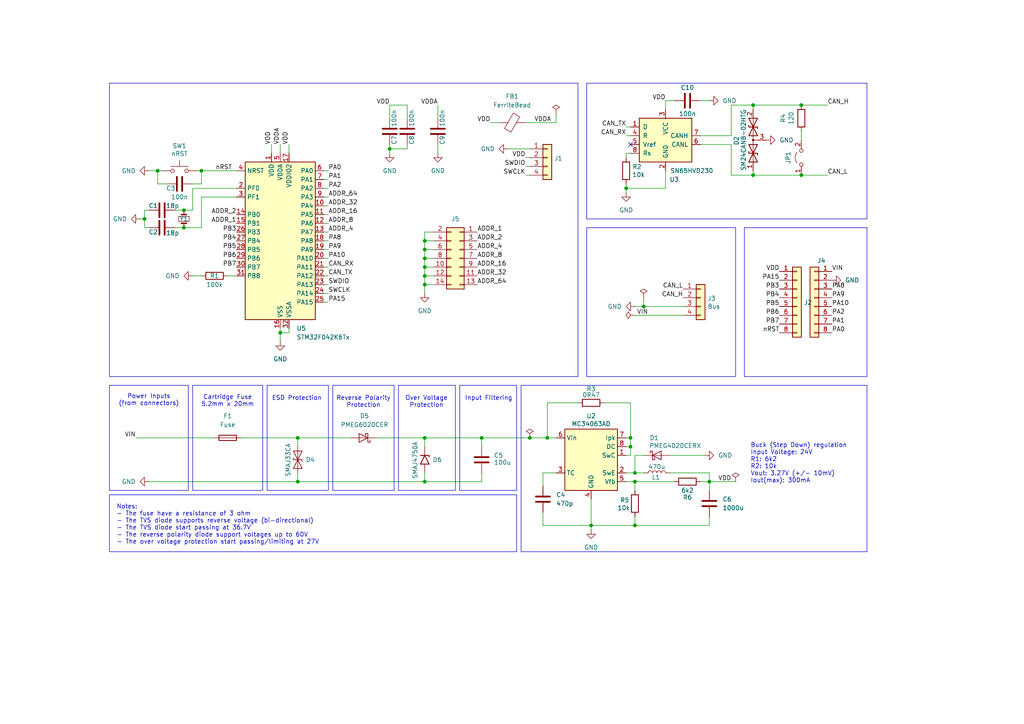
<source format=kicad_sch>
(kicad_sch (version 20231120) (generator "eeschema") (generator_version "8.0")
  (paper "A4")
  (title_block (title "MCU Board") (date "2019-10-08") (rev "B") (company "Caipiteam"))
  (lib_symbols
    (symbol "Connector_Generic:Conn_01x04" (pin_names (offset 1.016) hide)
      (property "Reference" "J" (at 0 5.08 0))
      (property "Value" "Conn_01x04" (at 0 -7.62 0))
      (symbol "Conn_01x04_1_1"
        (rectangle (start -1.27 -4.953) (end 0 -5.207) (stroke (width 0.1524)))
        (rectangle (start -1.27 -2.413) (end 0 -2.667) (stroke (width 0.1524)))
        (rectangle (start -1.27 0.127) (end 0 -0.127) (stroke (width 0.1524)))
        (rectangle (start -1.27 2.667) (end 0 2.413) (stroke (width 0.1524)))
        (rectangle (start -1.27 3.81) (end 1.27 -6.35) (stroke (width 0.254)) (fill (type background)))
        (pin passive line (at -5.08 2.54 0) (length 3.81) (name "Pin_1") (number "1"))
        (pin passive line (at -5.08 0 0) (length 3.81) (name "Pin_2") (number "2"))
        (pin passive line (at -5.08 -2.54 0) (length 3.81) (name "Pin_3") (number "3"))
        (pin passive line (at -5.08 -5.08 0) (length 3.81) (name "Pin_4") (number "4"))
      )
    )
    (symbol "Connector_Generic:Conn_01x08" (pin_names (offset 1.016) hide)
      (property "Reference" "J" (at 0 10.16 0))
      (property "Value" "Conn_01x08" (at 0 -12.7 0))
      (symbol "Conn_01x08_1_1"
        (rectangle (start -1.27 -10.033) (end 0 -10.287) (stroke (width 0.1524)))
        (rectangle (start -1.27 -7.493) (end 0 -7.747) (stroke (width 0.1524)))
        (rectangle (start -1.27 -4.953) (end 0 -5.207) (stroke (width 0.1524)))
        (rectangle (start -1.27 -2.413) (end 0 -2.667) (stroke (width 0.1524)))
        (rectangle (start -1.27 0.127) (end 0 -0.127) (stroke (width 0.1524)))
        (rectangle (start -1.27 2.667) (end 0 2.413) (stroke (width 0.1524)))
        (rectangle (start -1.27 5.207) (end 0 4.953) (stroke (width 0.1524)))
        (rectangle (start -1.27 7.747) (end 0 7.493) (stroke (width 0.1524)))
        (rectangle (start -1.27 8.89) (end 1.27 -11.43) (stroke (width 0.254)) (fill (type background)))
        (pin passive line (at -5.08 7.62 0) (length 3.81) (name "Pin_1") (number "1"))
        (pin passive line (at -5.08 5.08 0) (length 3.81) (name "Pin_2") (number "2"))
        (pin passive line (at -5.08 2.54 0) (length 3.81) (name "Pin_3") (number "3"))
        (pin passive line (at -5.08 0 0) (length 3.81) (name "Pin_4") (number "4"))
        (pin passive line (at -5.08 -2.54 0) (length 3.81) (name "Pin_5") (number "5"))
        (pin passive line (at -5.08 -5.08 0) (length 3.81) (name "Pin_6") (number "6"))
        (pin passive line (at -5.08 -7.62 0) (length 3.81) (name "Pin_7") (number "7"))
        (pin passive line (at -5.08 -10.16 0) (length 3.81) (name "Pin_8") (number "8"))
      )
    )
    (symbol "Connector_Generic:Conn_02x07_Odd_Even" (pin_names (offset 1.016) hide)
      (property "Reference" "J" (at 1.27 10.16 0))
      (property "Value" "Conn_02x07_Odd_Even" (at 1.27 -10.16 0))
      (symbol "Conn_02x07_Odd_Even_1_1"
        (rectangle (start -1.27 -7.493) (end 0 -7.747) (stroke (width 0.1524)))
        (rectangle (start -1.27 -4.953) (end 0 -5.207) (stroke (width 0.1524)))
        (rectangle (start -1.27 -2.413) (end 0 -2.667) (stroke (width 0.1524)))
        (rectangle (start -1.27 0.127) (end 0 -0.127) (stroke (width 0.1524)))
        (rectangle (start -1.27 2.667) (end 0 2.413) (stroke (width 0.1524)))
        (rectangle (start -1.27 5.207) (end 0 4.953) (stroke (width 0.1524)))
        (rectangle (start -1.27 7.747) (end 0 7.493) (stroke (width 0.1524)))
        (rectangle (start -1.27 8.89) (end 3.81 -8.89) (stroke (width 0.254)) (fill (type background)))
        (rectangle (start 3.81 -7.493) (end 2.54 -7.747) (stroke (width 0.1524)))
        (rectangle (start 3.81 -4.953) (end 2.54 -5.207) (stroke (width 0.1524)))
        (rectangle (start 3.81 -2.413) (end 2.54 -2.667) (stroke (width 0.1524)))
        (rectangle (start 3.81 0.127) (end 2.54 -0.127) (stroke (width 0.1524)))
        (rectangle (start 3.81 2.667) (end 2.54 2.413) (stroke (width 0.1524)))
        (rectangle (start 3.81 5.207) (end 2.54 4.953) (stroke (width 0.1524)))
        (rectangle (start 3.81 7.747) (end 2.54 7.493) (stroke (width 0.1524)))
        (pin passive line (at -5.08 7.62 0) (length 3.81) (name "Pin_1") (number "1"))
        (pin passive line (at 7.62 -2.54 180) (length 3.81) (name "Pin_10") (number "10"))
        (pin passive line (at -5.08 -5.08 0) (length 3.81) (name "Pin_11") (number "11"))
        (pin passive line (at 7.62 -5.08 180) (length 3.81) (name "Pin_12") (number "12"))
        (pin passive line (at -5.08 -7.62 0) (length 3.81) (name "Pin_13") (number "13"))
        (pin passive line (at 7.62 -7.62 180) (length 3.81) (name "Pin_14") (number "14"))
        (pin passive line (at 7.62 7.62 180) (length 3.81) (name "Pin_2") (number "2"))
        (pin passive line (at -5.08 5.08 0) (length 3.81) (name "Pin_3") (number "3"))
        (pin passive line (at 7.62 5.08 180) (length 3.81) (name "Pin_4") (number "4"))
        (pin passive line (at -5.08 2.54 0) (length 3.81) (name "Pin_5") (number "5"))
        (pin passive line (at 7.62 2.54 180) (length 3.81) (name "Pin_6") (number "6"))
        (pin passive line (at -5.08 0 0) (length 3.81) (name "Pin_7") (number "7"))
        (pin passive line (at 7.62 0 180) (length 3.81) (name "Pin_8") (number "8"))
        (pin passive line (at -5.08 -2.54 0) (length 3.81) (name "Pin_9") (number "9"))
      )
    )
    (symbol "D_TVS_Dual_AAC_1" (pin_names (offset 1.016) hide)
      (property "Reference" "D" (at 0 4.445 0))
      (property "Value" "D_TVS_Dual_AAC" (at 0 2.54 0))
      (symbol "D_TVS_Dual_AAC_1_0_0"
        (polyline (pts (xy 0 -1.27) (xy 0 0)))
      )
      (symbol "D_TVS_Dual_AAC_1_0_1"
        (polyline (pts (xy -6.35 0) (xy 6.35 0)))
        (polyline (pts (xy -3.302 1.27) (xy -3.81 1.27) (xy -3.81 -1.27) (xy -4.318 -1.27)) (stroke (width 0.254)))
        (polyline (pts (xy 4.318 1.27) (xy 3.81 1.27) (xy 3.81 -1.27) (xy 3.302 -1.27)) (stroke (width 0.254)))
        (polyline (pts (xy -6.35 1.27) (xy -1.27 -1.27) (xy -1.27 1.27) (xy -6.35 -1.27) (xy -6.35 1.27)) (stroke (width 0.254)))
        (polyline (pts (xy 6.35 1.27) (xy 1.27 -1.27) (xy 1.27 1.27) (xy 6.35 -1.27) (xy 6.35 1.27)) (stroke (width 0.254)))
        (circle (center 0 0) (radius 0.254) (fill (type outline)))
      )
      (symbol "D_TVS_Dual_AAC_1_1_1"
        (pin passive line (at -8.89 0 0) (length 2.54) (name "A1") (number "1"))
        (pin passive line (at 8.89 0 180) (length 2.54) (name "A2") (number "2"))
        (pin passive line (at 0 -3.81 90) (length 2.54) (name "common") (number "3"))
      )
    )
    (symbol "Device:C" (pin_numbers hide) (pin_names (offset 0.254))
      (property "Reference" "C" (at 0.635 2.54 0))
      (property "Value" "C" (at 0.635 -2.54 0))
      (symbol "C_0_1"
        (polyline (pts (xy -2.032 -0.762) (xy 2.032 -0.762)) (stroke (width 0.508)))
        (polyline (pts (xy -2.032 0.762) (xy 2.032 0.762)) (stroke (width 0.508)))
      )
      (symbol "C_1_1"
        (pin passive line (at 0 3.81 270) (length 2.794) (name "~") (number "1"))
        (pin passive line (at 0 -3.81 90) (length 2.794) (name "~") (number "2"))
      )
    )
    (symbol "Device:Crystal_Small" (pin_numbers hide) (pin_names (offset 1.016) hide)
      (property "Reference" "Y" (at 0 2.54 0))
      (property "Value" "Crystal_Small" (at 0 -2.54 0))
      (symbol "Crystal_Small_0_1"
        (rectangle (start -0.762 -1.524) (end 0.762 1.524))
        (polyline (pts (xy -1.27 -0.762) (xy -1.27 0.762)) (stroke (width 0.381)))
        (polyline (pts (xy 1.27 -0.762) (xy 1.27 0.762)) (stroke (width 0.381)))
      )
      (symbol "Crystal_Small_1_1"
        (pin passive line (at -2.54 0 0) (length 1.27) (name "1") (number "1"))
        (pin passive line (at 2.54 0 180) (length 1.27) (name "2") (number "2"))
      )
    )
    (symbol "Device:FerriteBead" (pin_numbers hide) (pin_names (offset 0))
      (property "Reference" "FB" (at -3.81 0.635 90))
      (property "Value" "FerriteBead" (at 3.81 0 90))
      (symbol "FerriteBead_0_1"
        (polyline (pts (xy 0 -1.27) (xy 0 -1.2192)))
        (polyline (pts (xy 0 1.27) (xy 0 1.2954)))
        (polyline (pts (xy -2.7686 0.4064) (xy -1.7018 2.2606) (xy 2.7686 -0.3048) (xy 1.6764 -2.159) (xy -2.7686 0.4064)))
      )
      (symbol "FerriteBead_1_1"
        (pin passive line (at 0 3.81 270) (length 2.54) (name "~") (number "1"))
        (pin passive line (at 0 -3.81 90) (length 2.54) (name "~") (number "2"))
      )
    )
    (symbol "Device:Fuse" (pin_numbers hide) (pin_names (offset 0))
      (property "Reference" "F" (at 2.032 0 90))
      (property "Value" "Fuse" (at -1.905 0 90))
      (symbol "Fuse_0_1"
        (rectangle (start -0.762 -2.54) (end 0.762 2.54) (stroke (width 0.254)))
        (polyline (pts (xy 0 2.54) (xy 0 -2.54)))
      )
      (symbol "Fuse_1_1"
        (pin passive line (at 0 3.81 270) (length 1.27) (name "~") (number "1"))
        (pin passive line (at 0 -3.81 90) (length 1.27) (name "~") (number "2"))
      )
    )
    (symbol "Device:L" (pin_numbers hide) (pin_names (offset 1.016) hide)
      (property "Reference" "L" (at -1.27 0 90))
      (property "Value" "L" (at 1.905 0 90))
      (symbol "L_0_1"
        (arc (start 0 -2.54) (mid 0.6323 -1.905) (end 0 -1.27))
        (arc (start 0 -1.27) (mid 0.6323 -0.635) (end 0 0))
        (arc (start 0 0) (mid 0.6323 0.635) (end 0 1.27))
        (arc (start 0 1.27) (mid 0.6323 1.905) (end 0 2.54))
      )
      (symbol "L_1_1"
        (pin passive line (at 0 3.81 270) (length 1.27) (name "1") (number "1"))
        (pin passive line (at 0 -3.81 90) (length 1.27) (name "2") (number "2"))
      )
    )
    (symbol "Device:R" (pin_numbers hide) (pin_names (offset 0))
      (property "Reference" "R" (at 2.032 0 90))
      (property "Value" "R" (at 0 0 90))
      (symbol "R_0_1"
        (rectangle (start -1.016 -2.54) (end 1.016 2.54) (stroke (width 0.254)))
      )
      (symbol "R_1_1"
        (pin passive line (at 0 3.81 270) (length 1.27) (name "~") (number "1"))
        (pin passive line (at 0 -3.81 90) (length 1.27) (name "~") (number "2"))
      )
    )
    (symbol "Diode:PMEG4020ER" (pin_numbers hide) (pin_names hide)
      (property "Reference" "D" (at 0 2.54 0))
      (property "Value" "PMEG4020ER" (at 0 -2.54 0))
      (symbol "PMEG4020ER_0_1"
        (polyline (pts (xy 1.27 0) (xy -1.27 0)))
        (polyline (pts (xy 1.27 1.27) (xy 1.27 -1.27) (xy -1.27 0) (xy 1.27 1.27)) (stroke (width 0.2032)))
        (polyline (pts (xy -1.905 0.635) (xy -1.905 1.27) (xy -1.27 1.27) (xy -1.27 -1.27) (xy -0.635 -1.27) (xy -0.635 -0.635)) (stroke (width 0.2032)))
      )
      (symbol "PMEG4020ER_1_1"
        (pin passive line (at -3.81 0 0) (length 2.54) (name "K") (number "1"))
        (pin passive line (at 3.81 0 180) (length 2.54) (name "A") (number "2"))
      )
    )
    (symbol "Diode:PMEG6020ER" (pin_numbers hide) (pin_names hide)
      (property "Reference" "D" (at 0 2.54 0))
      (property "Value" "PMEG6020ER" (at 0 -2.54 0))
      (symbol "PMEG6020ER_0_1"
        (polyline (pts (xy 1.27 0) (xy -1.27 0)))
        (polyline (pts (xy 1.27 1.27) (xy 1.27 -1.27) (xy -1.27 0) (xy 1.27 1.27)) (stroke (width 0.2032)))
        (polyline (pts (xy -1.905 0.635) (xy -1.905 1.27) (xy -1.27 1.27) (xy -1.27 -1.27) (xy -0.635 -1.27) (xy -0.635 -0.635)) (stroke (width 0.2032)))
      )
      (symbol "PMEG6020ER_1_1"
        (pin passive line (at -3.81 0 0) (length 2.54) (name "K") (number "1"))
        (pin passive line (at 3.81 0 180) (length 2.54) (name "A") (number "2"))
      )
    )
    (symbol "Diode:SMAJ33CA" (pin_numbers hide) (pin_names (offset 1.016) hide)
      (property "Reference" "D" (at 0 2.54 0))
      (property "Value" "SMAJ33CA" (at 0 -2.54 0))
      (symbol "SMAJ33CA_0_1"
        (polyline (pts (xy 1.27 0) (xy -1.27 0)))
        (polyline (pts (xy -2.54 -1.27) (xy 0 0) (xy -2.54 1.27) (xy -2.54 -1.27)) (stroke (width 0.2032)))
        (polyline (pts (xy 0.508 1.27) (xy 0 1.27) (xy 0 -1.27) (xy -0.508 -1.27)) (stroke (width 0.2032)))
        (polyline (pts (xy 2.54 1.27) (xy 2.54 -1.27) (xy 0 0) (xy 2.54 1.27)) (stroke (width 0.2032)))
      )
      (symbol "SMAJ33CA_1_1"
        (pin passive line (at -3.81 0 0) (length 2.54) (name "A1") (number "1"))
        (pin passive line (at 3.81 0 180) (length 2.54) (name "A2") (number "2"))
      )
    )
    (symbol "Diode:SMAJ45A" (pin_numbers hide) (pin_names (offset 1.016) hide)
      (property "Reference" "D" (at 0 2.54 0))
      (property "Value" "SMAJ45A" (at 0 -2.54 0))
      (symbol "SMAJ45A_0_1"
        (polyline (pts (xy -0.762 1.27) (xy -1.27 1.27) (xy -1.27 -1.27)) (stroke (width 0.254)))
        (polyline (pts (xy 1.27 1.27) (xy 1.27 -1.27) (xy -1.27 0) (xy 1.27 1.27)) (stroke (width 0.254)))
      )
      (symbol "SMAJ45A_1_1"
        (pin passive line (at -3.81 0 0) (length 2.54) (name "A1") (number "1"))
        (pin passive line (at 3.81 0 180) (length 2.54) (name "A2") (number "2"))
      )
    )
    (symbol "GND_1" (power) (pin_numbers hide) (pin_names (offset 0) hide)
      (property "Value" "GND" (at 0 -3.81 0))
      (symbol "GND_1_0_1"
        (polyline (pts (xy 0 0) (xy 0 -1.27) (xy 1.27 -1.27) (xy 0 -2.54) (xy -1.27 -1.27) (xy 0 -1.27)))
      )
      (symbol "GND_1_1_1"
        (pin power_in line (at 0 0 270) (length 0) (name "~") (number "1"))
      )
    )
    (symbol "GND_2" (power) (pin_numbers hide) (pin_names (offset 0) hide)
      (property "Value" "GND" (at 0 -3.81 0))
      (symbol "GND_2_0_1"
        (polyline (pts (xy 0 0) (xy 0 -1.27) (xy 1.27 -1.27) (xy 0 -2.54) (xy -1.27 -1.27) (xy 0 -1.27)))
      )
      (symbol "GND_2_1_1"
        (pin power_in line (at 0 0 270) (length 0) (name "~") (number "1"))
      )
    )
    (symbol "Interface_CAN_LIN:SN65HVD230" (pin_names (offset 1.016))
      (property "Reference" "U" (at -2.54 10.16 0))
      (property "Value" "SN65HVD230" (at -2.54 7.62 0))
      (symbol "SN65HVD230_0_1"
        (rectangle (start -7.62 5.08) (end 7.62 -7.62) (stroke (width 0.254)) (fill (type background)))
      )
      (symbol "SN65HVD230_1_1"
        (pin input line (at -10.16 2.54 0) (length 2.54) (name "D") (number "1"))
        (pin power_in line (at 0 -10.16 90) (length 2.54) (name "GND") (number "2"))
        (pin power_in line (at 0 7.62 270) (length 2.54) (name "VCC") (number "3"))
        (pin output line (at -10.16 0 0) (length 2.54) (name "R") (number "4"))
        (pin output line (at -10.16 -2.54 0) (length 2.54) (name "Vref") (number "5"))
        (pin bidirectional line (at 10.16 -2.54 180) (length 2.54) (name "CANL") (number "6"))
        (pin bidirectional line (at 10.16 0 180) (length 2.54) (name "CANH") (number "7"))
        (pin input line (at -10.16 -5.08 0) (length 2.54) (name "Rs") (number "8"))
      )
    )
    (symbol "Jumper:Jumper_2_Open" (pin_names (offset 0) hide)
      (property "Reference" "JP" (at 0 2.794 0))
      (property "Value" "Jumper_2_Open" (at 0 -2.286 0))
      (symbol "Jumper_2_Open_0_0"
        (circle (center -2.032 0) (radius 0.508))
        (circle (center 2.032 0) (radius 0.508))
      )
      (symbol "Jumper_2_Open_0_1"
        (arc (start 1.524 1.27) (mid 0 1.778) (end -1.524 1.27))
      )
      (symbol "Jumper_2_Open_1_1"
        (pin passive line (at -5.08 0 0) (length 2.54) (name "A") (number "1"))
        (pin passive line (at 5.08 0 180) (length 2.54) (name "B") (number "2"))
      )
    )
    (symbol "MCU_ST_STM32F0:STM32F042K6Tx"
      (property "Reference" "U" (at -10.16 24.13 0))
      (property "Value" "STM32F042K6Tx" (at 5.08 24.13 0))
      (symbol "STM32F042K6Tx_0_1"
        (rectangle (start -10.16 -22.86) (end 10.16 22.86) (stroke (width 0.254)) (fill (type background)))
      )
      (symbol "STM32F042K6Tx_1_1"
        (pin power_in line (at -2.54 25.4 270) (length 2.54) (name "VDD") (number "1"))
        (pin bidirectional line (at 12.7 10.16 180) (length 2.54) (name "PA4") (number "10"))
        (pin bidirectional line (at 12.7 7.62 180) (length 2.54) (name "PA5") (number "11"))
        (pin bidirectional line (at 12.7 5.08 180) (length 2.54) (name "PA6") (number "12"))
        (pin bidirectional line (at 12.7 2.54 180) (length 2.54) (name "PA7") (number "13"))
        (pin bidirectional line (at -12.7 7.62 0) (length 2.54) (name "PB0") (number "14"))
        (pin bidirectional line (at -12.7 5.08 0) (length 2.54) (name "PB1") (number "15"))
        (pin power_in line (at 0 -25.4 90) (length 2.54) (name "VSS") (number "16"))
        (pin power_in line (at 2.54 25.4 270) (length 2.54) (name "VDDIO2") (number "17"))
        (pin bidirectional line (at 12.7 0 180) (length 2.54) (name "PA8") (number "18"))
        (pin bidirectional line (at 12.7 -2.54 180) (length 2.54) (name "PA9") (number "19"))
        (pin bidirectional line (at -12.7 15.24 0) (length 2.54) (name "PF0") (number "2"))
        (pin bidirectional line (at 12.7 -5.08 180) (length 2.54) (name "PA10") (number "20"))
        (pin bidirectional line (at 12.7 -7.62 180) (length 2.54) (name "PA11") (number "21"))
        (pin bidirectional line (at 12.7 -10.16 180) (length 2.54) (name "PA12") (number "22"))
        (pin bidirectional line (at 12.7 -12.7 180) (length 2.54) (name "PA13") (number "23"))
        (pin bidirectional line (at 12.7 -15.24 180) (length 2.54) (name "PA14") (number "24"))
        (pin bidirectional line (at 12.7 -17.78 180) (length 2.54) (name "PA15") (number "25"))
        (pin bidirectional line (at -12.7 2.54 0) (length 2.54) (name "PB3") (number "26"))
        (pin bidirectional line (at -12.7 0 0) (length 2.54) (name "PB4") (number "27"))
        (pin bidirectional line (at -12.7 -2.54 0) (length 2.54) (name "PB5") (number "28"))
        (pin bidirectional line (at -12.7 -5.08 0) (length 2.54) (name "PB6") (number "29"))
        (pin bidirectional line (at -12.7 12.7 0) (length 2.54) (name "PF1") (number "3"))
        (pin bidirectional line (at -12.7 -7.62 0) (length 2.54) (name "PB7") (number "30"))
        (pin bidirectional line (at -12.7 -10.16 0) (length 2.54) (name "PB8") (number "31"))
        (pin power_in line (at 2.54 -25.4 90) (length 2.54) (name "VSSA") (number "32"))
        (pin input line (at -12.7 20.32 0) (length 2.54) (name "NRST") (number "4"))
        (pin power_in line (at 0 25.4 270) (length 2.54) (name "VDDA") (number "5"))
        (pin bidirectional line (at 12.7 20.32 180) (length 2.54) (name "PA0") (number "6"))
        (pin bidirectional line (at 12.7 17.78 180) (length 2.54) (name "PA1") (number "7"))
        (pin bidirectional line (at 12.7 15.24 180) (length 2.54) (name "PA2") (number "8"))
        (pin bidirectional line (at 12.7 12.7 180) (length 2.54) (name "PA3") (number "9"))
      )
    )
    (symbol "Regulator_Switching:MC34063AD"
      (property "Reference" "U" (at -7.62 8.89 0))
      (property "Value" "MC34063AD" (at 0 8.89 0))
      (symbol "MC34063AD_0_1"
        (rectangle (start -7.62 7.62) (end 7.62 -10.16) (stroke (width 0.254)) (fill (type background)))
      )
      (symbol "MC34063AD_1_1"
        (pin open_collector line (at 10.16 0 180) (length 2.54) (name "SwC") (number "1"))
        (pin open_emitter line (at 10.16 -5.08 180) (length 2.54) (name "SwE") (number "2"))
        (pin passive line (at -10.16 -5.08 0) (length 2.54) (name "TC") (number "3"))
        (pin power_in line (at 0 -12.7 90) (length 2.54) (name "GND") (number "4"))
        (pin input line (at 10.16 -7.62 180) (length 2.54) (name "Vfb") (number "5"))
        (pin power_in line (at -10.16 5.08 0) (length 2.54) (name "Vin") (number "6"))
        (pin input line (at 10.16 5.08 180) (length 2.54) (name "Ipk") (number "7"))
        (pin open_collector line (at 10.16 2.54 180) (length 2.54) (name "DC") (number "8"))
      )
    )
    (symbol "Switch:SW_Push" (pin_numbers hide) (pin_names (offset 1.016) hide)
      (property "Reference" "SW" (at 1.27 2.54 0))
      (property "Value" "SW_Push" (at 0 -1.524 0))
      (symbol "SW_Push_0_1"
        (circle (center -2.032 0) (radius 0.508))
        (polyline (pts (xy 0 1.27) (xy 0 3.048)))
        (polyline (pts (xy 2.54 1.27) (xy -2.54 1.27)))
        (circle (center 2.032 0) (radius 0.508))
        (pin passive line (at -5.08 0 0) (length 2.54) (name "1") (number "1"))
        (pin passive line (at 5.08 0 180) (length 2.54) (name "2") (number "2"))
      )
    )
    (symbol "power:PWR_FLAG" (power) (pin_numbers hide) (pin_names (offset 0) hide)
      (property "Value" "PWR_FLAG" (at 0 3.81 0))
      (symbol "PWR_FLAG_0_0"
        (pin power_out line (at 0 0 90) (length 0) (name "~") (number "1"))
      )
      (symbol "PWR_FLAG_0_1"
        (polyline (pts (xy 0 0) (xy 0 1.27) (xy -1.016 1.905) (xy 0 2.54) (xy 1.016 1.905) (xy 0 1.27)))
      )
    )
  )
  (junction (at 113.03 43.18))
  (junction (at 53.34 66.04))
  (junction (at 182.88 127))
  (junction (at 53.34 60.96))
  (junction (at 81.28 96.52))
  (junction (at 123.19 69.85))
  (junction (at 58.42 49.53))
  (junction (at 123.19 80.01))
  (junction (at 186.69 88.9))
  (junction (at 86.36 127))
  (junction (at 158.75 127))
  (junction (at 153.67 127))
  (junction (at 45.72 49.53))
  (junction (at 123.19 77.47))
  (junction (at 232.41 50.8))
  (junction (at 86.36 139.7))
  (junction (at 41.91 63.5))
  (junction (at 184.15 139.7))
  (junction (at 184.15 137.16))
  (junction (at 171.45 152.4))
  (junction (at 123.19 82.55))
  (junction (at 139.7 127))
  (junction (at 218.44 50.8))
  (junction (at 123.19 139.7))
  (junction (at 218.44 30.48))
  (junction (at 123.19 127))
  (junction (at 184.15 152.4))
  (junction (at 205.74 139.7))
  (junction (at 123.19 74.93))
  (junction (at 123.19 72.39))
  (junction (at 232.41 30.48))
  (junction (at 182.88 129.54))
  (junction (at 181.61 54.61))
  (no_connect (at 182.88 41.91))
  (wire (pts (xy 127 44.45) (xy 127 41.91)))
  (wire (pts (xy 175.26 116.84) (xy 182.88 116.84)))
  (wire (pts (xy 41.91 60.96) (xy 43.18 60.96)))
  (wire (pts (xy 118.11 43.18) (xy 118.11 41.91)))
  (wire (pts (xy 144.78 35.56) (xy 142.24 35.56)))
  (wire (pts (xy 123.19 82.55) (xy 123.19 85.09)))
  (wire (pts (xy 181.61 129.54) (xy 182.88 129.54)))
  (wire (pts (xy 218.44 50.8) (xy 218.44 49.53)))
  (wire (pts (xy 186.69 88.9) (xy 198.12 88.9)))
  (wire (pts (xy 203.2 39.37) (xy 212.09 39.37)))
  (wire (pts (xy 53.34 60.96) (xy 50.8 60.96)))
  (wire (pts (xy 212.09 39.37) (xy 212.09 30.48)))
  (wire (pts (xy 152.4 45.72) (xy 153.67 45.72)))
  (wire (pts (xy 55.88 54.61) (xy 55.88 60.96)))
  (wire (pts (xy 184.15 139.7) (xy 184.15 142.24)))
  (wire (pts (xy 194.31 137.16) (xy 205.74 137.16)))
  (wire (pts (xy 218.44 30.48) (xy 232.41 30.48)))
  (wire (pts (xy 123.19 139.7) (xy 123.19 137.16)))
  (wire (pts (xy 123.19 80.01) (xy 125.73 80.01)))
  (wire (pts (xy 78.74 44.45) (xy 78.74 41.91)))
  (wire (pts (xy 113.03 34.29) (xy 113.03 30.48)))
  (wire (pts (xy 95.25 69.85) (xy 93.98 69.85)))
  (wire (pts (xy 95.25 64.77) (xy 93.98 64.77)))
  (wire (pts (xy 181.61 127) (xy 182.88 127)))
  (wire (pts (xy 193.04 54.61) (xy 193.04 49.53)))
  (wire (pts (xy 184.15 152.4) (xy 184.15 149.86)))
  (polyline (pts (xy 31.75 24.13) (xy 31.75 109.22)))
  (wire (pts (xy 181.61 139.7) (xy 184.15 139.7)))
  (wire (pts (xy 139.7 127) (xy 153.67 127)))
  (polyline (pts (xy 215.9 66.04) (xy 215.9 109.22)))
  (wire (pts (xy 184.15 152.4) (xy 205.74 152.4)))
  (wire (pts (xy 68.58 54.61) (xy 55.88 54.61)))
  (wire (pts (xy 95.25 62.23) (xy 93.98 62.23)))
  (wire (pts (xy 95.25 82.55) (xy 93.98 82.55)))
  (wire (pts (xy 93.98 74.93) (xy 95.25 74.93)))
  (wire (pts (xy 39.37 127) (xy 62.23 127)))
  (wire (pts (xy 113.03 43.18) (xy 113.03 41.91)))
  (polyline (pts (xy 251.46 66.04) (xy 215.9 66.04)))
  (wire (pts (xy 123.19 77.47) (xy 123.19 80.01)))
  (wire (pts (xy 113.03 44.45) (xy 113.03 43.18)))
  (wire (pts (xy 86.36 139.7) (xy 123.19 139.7)))
  (polyline (pts (xy 167.64 24.13) (xy 167.64 109.22)))
  (wire (pts (xy 45.72 53.34) (xy 45.72 49.53)))
  (wire (pts (xy 139.7 127) (xy 139.7 129.54)))
  (wire (pts (xy 43.18 66.04) (xy 41.91 66.04)))
  (wire (pts (xy 182.88 116.84) (xy 182.88 127)))
  (wire (pts (xy 95.25 87.63) (xy 93.98 87.63)))
  (wire (pts (xy 203.2 41.91) (xy 212.09 41.91)))
  (wire (pts (xy 152.4 50.8) (xy 153.67 50.8)))
  (wire (pts (xy 86.36 127) (xy 86.36 129.54)))
  (wire (pts (xy 182.88 39.37) (xy 181.61 39.37)))
  (wire (pts (xy 212.09 50.8) (xy 218.44 50.8)))
  (wire (pts (xy 83.82 41.91) (xy 83.82 44.45)))
  (wire (pts (xy 139.7 139.7) (xy 139.7 137.16)))
  (wire (pts (xy 123.19 67.31) (xy 125.73 67.31)))
  (wire (pts (xy 212.09 41.91) (xy 212.09 50.8)))
  (wire (pts (xy 218.44 50.8) (xy 232.41 50.8)))
  (wire (pts (xy 48.26 53.34) (xy 45.72 53.34)))
  (polyline (pts (xy 215.9 109.22) (xy 251.46 109.22)))
  (wire (pts (xy 184.15 137.16) (xy 186.69 137.16)))
  (wire (pts (xy 218.44 30.48) (xy 218.44 31.75)))
  (wire (pts (xy 232.41 50.8) (xy 240.03 50.8)))
  (wire (pts (xy 182.88 44.45) (xy 181.61 44.45)))
  (wire (pts (xy 123.19 80.01) (xy 123.19 82.55)))
  (wire (pts (xy 95.25 72.39) (xy 93.98 72.39)))
  (wire (pts (xy 93.98 57.15) (xy 95.25 57.15)))
  (wire (pts (xy 58.42 57.15) (xy 68.58 57.15)))
  (wire (pts (xy 123.19 82.55) (xy 125.73 82.55)))
  (wire (pts (xy 181.61 132.08) (xy 182.88 132.08)))
  (wire (pts (xy 55.88 60.96) (xy 53.34 60.96)))
  (wire (pts (xy 53.34 66.04) (xy 58.42 66.04)))
  (wire (pts (xy 205.74 152.4) (xy 205.74 149.86)))
  (wire (pts (xy 184.15 88.9) (xy 186.69 88.9)))
  (wire (pts (xy 58.42 80.01) (xy 55.88 80.01)))
  (wire (pts (xy 123.19 139.7) (xy 139.7 139.7)))
  (wire (pts (xy 184.15 139.7) (xy 195.58 139.7)))
  (wire (pts (xy 45.72 49.53) (xy 43.18 49.53)))
  (wire (pts (xy 123.19 74.93) (xy 123.19 77.47)))
  (wire (pts (xy 109.22 127) (xy 123.19 127)))
  (wire (pts (xy 93.98 80.01) (xy 95.25 80.01)))
  (wire (pts (xy 118.11 30.48) (xy 113.03 30.48)))
  (wire (pts (xy 58.42 49.53) (xy 68.58 49.53)))
  (wire (pts (xy 118.11 34.29) (xy 118.11 30.48)))
  (wire (pts (xy 41.91 66.04) (xy 41.91 63.5)))
  (wire (pts (xy 55.88 53.34) (xy 58.42 53.34)))
  (polyline (pts (xy 251.46 109.22) (xy 251.46 66.04)))
  (wire (pts (xy 81.28 41.91) (xy 81.28 44.45)))
  (wire (pts (xy 123.19 69.85) (xy 123.19 72.39)))
  (wire (pts (xy 152.4 35.56) (xy 161.29 35.56)))
  (wire (pts (xy 205.74 137.16) (xy 205.74 139.7)))
  (wire (pts (xy 69.85 127) (xy 86.36 127)))
  (wire (pts (xy 113.03 43.18) (xy 118.11 43.18)))
  (wire (pts (xy 184.15 132.08) (xy 184.15 137.16)))
  (wire (pts (xy 171.45 144.78) (xy 171.45 152.4)))
  (wire (pts (xy 153.67 48.26) (xy 152.4 48.26)))
  (wire (pts (xy 193.04 29.21) (xy 195.58 29.21)))
  (wire (pts (xy 157.48 140.97) (xy 157.48 137.16)))
  (wire (pts (xy 123.19 77.47) (xy 125.73 77.47)))
  (wire (pts (xy 167.64 116.84) (xy 158.75 116.84)))
  (wire (pts (xy 58.42 66.04) (xy 58.42 57.15)))
  (wire (pts (xy 186.69 86.36) (xy 186.69 88.9)))
  (wire (pts (xy 40.64 63.5) (xy 41.91 63.5)))
  (wire (pts (xy 95.25 54.61) (xy 93.98 54.61)))
  (wire (pts (xy 53.34 66.04) (xy 50.8 66.04)))
  (wire (pts (xy 182.88 129.54) (xy 182.88 132.08)))
  (wire (pts (xy 45.72 49.53) (xy 46.99 49.53)))
  (wire (pts (xy 184.15 132.08) (xy 186.69 132.08)))
  (wire (pts (xy 157.48 137.16) (xy 161.29 137.16)))
  (wire (pts (xy 153.67 127) (xy 158.75 127)))
  (wire (pts (xy 232.41 38.1) (xy 232.41 40.64)))
  (wire (pts (xy 95.25 77.47) (xy 93.98 77.47)))
  (wire (pts (xy 43.18 139.7) (xy 86.36 139.7)))
  (wire (pts (xy 83.82 96.52) (xy 83.82 95.25)))
  (wire (pts (xy 127 34.29) (xy 127 30.48)))
  (wire (pts (xy 194.31 132.08) (xy 204.47 132.08)))
  (wire (pts (xy 123.19 74.93) (xy 125.73 74.93)))
  (wire (pts (xy 193.04 31.75) (xy 193.04 29.21)))
  (wire (pts (xy 181.61 137.16) (xy 184.15 137.16)))
  (wire (pts (xy 95.25 85.09) (xy 93.98 85.09)))
  (wire (pts (xy 181.61 53.34) (xy 181.61 54.61)))
  (wire (pts (xy 123.19 129.54) (xy 123.19 127)))
  (wire (pts (xy 95.25 59.69) (xy 93.98 59.69)))
  (wire (pts (xy 147.32 43.18) (xy 153.67 43.18)))
  (wire (pts (xy 123.19 72.39) (xy 125.73 72.39)))
  (wire (pts (xy 182.88 127) (xy 182.88 129.54)))
  (wire (pts (xy 95.25 52.07) (xy 93.98 52.07)))
  (wire (pts (xy 58.42 53.34) (xy 58.42 49.53)))
  (polyline (pts (xy 31.75 24.13) (xy 167.64 24.13)))
  (wire (pts (xy 184.15 91.44) (xy 198.12 91.44)))
  (wire (pts (xy 81.28 96.52) (xy 83.82 96.52)))
  (polyline (pts (xy 167.64 109.22) (xy 31.75 109.22)))
  (wire (pts (xy 95.25 67.31) (xy 93.98 67.31)))
  (wire (pts (xy 157.48 148.59) (xy 157.48 152.4)))
  (wire (pts (xy 81.28 95.25) (xy 81.28 96.52)))
  (wire (pts (xy 205.74 139.7) (xy 213.36 139.7)))
  (wire (pts (xy 123.19 67.31) (xy 123.19 69.85)))
  (wire (pts (xy 101.6 127) (xy 86.36 127)))
  (wire (pts (xy 158.75 116.84) (xy 158.75 127)))
  (wire (pts (xy 123.19 127) (xy 139.7 127)))
  (wire (pts (xy 123.19 69.85) (xy 125.73 69.85)))
  (wire (pts (xy 123.19 72.39) (xy 123.19 74.93)))
  (wire (pts (xy 81.28 96.52) (xy 81.28 99.06)))
  (wire (pts (xy 157.48 152.4) (xy 171.45 152.4)))
  (wire (pts (xy 58.42 49.53) (xy 57.15 49.53)))
  (wire (pts (xy 203.2 139.7) (xy 205.74 139.7)))
  (wire (pts (xy 232.41 30.48) (xy 240.03 30.48)))
  (wire (pts (xy 171.45 152.4) (xy 184.15 152.4)))
  (wire (pts (xy 181.61 36.83) (xy 182.88 36.83)))
  (wire (pts (xy 205.74 29.21) (xy 203.2 29.21)))
  (wire (pts (xy 161.29 35.56) (xy 161.29 33.02)))
  (wire (pts (xy 93.98 49.53) (xy 95.25 49.53)))
  (wire (pts (xy 181.61 44.45) (xy 181.61 45.72)))
  (wire (pts (xy 86.36 139.7) (xy 86.36 137.16)))
  (wire (pts (xy 205.74 139.7) (xy 205.74 142.24)))
  (wire (pts (xy 181.61 54.61) (xy 181.61 55.88)))
  (wire (pts (xy 171.45 152.4) (xy 171.45 153.67)))
  (wire (pts (xy 68.58 80.01) (xy 66.04 80.01)))
  (wire (pts (xy 41.91 63.5) (xy 41.91 60.96)))
  (wire (pts (xy 212.09 30.48) (xy 218.44 30.48)))
  (wire (pts (xy 158.75 127) (xy 161.29 127)))
  (wire (pts (xy 181.61 54.61) (xy 193.04 54.61)))
  (rectangle (start 77.47 111.76) (end 95.25 142.24))
  (rectangle (start 96.52 111.76) (end 114.3 142.24))
  (rectangle (start 31.75 111.76) (end 54.61 142.24))
  (rectangle (start 133.35 111.76) (end 149.86 142.24))
  (rectangle (start 151.13 111.76) (end 251.46 160.02))
  (rectangle (start 115.57 111.76) (end 132.08 142.24))
  (rectangle (start 55.88 111.76) (end 76.2 142.24))
  (rectangle (start 170.18 66.04) (end 213.36 109.22))
  (rectangle (start 170.18 24.13) (end 251.46 63.5))
  (rectangle (start 31.75 143.51) (end 149.86 160.02))
  (text "Reverse Polarity\nProtection" (at 105.41 116.586 0) (effects (font (size 1.27 1.27))))
  (text "Over Voltage\nProtection" (at 123.698 116.586 0) (effects (font (size 1.27 1.27))))
  (text "ESD Protection" (at 86.106 115.57 0) (effects (font (size 1.27 1.27))))
  (text "Input Filtering" (at 141.732 115.57 0) (effects (font (size 1.27 1.27))))
  (text "Cartridge Fuse\n5.2mm x 20mm" (at 66.04 116.332 0) (effects (font (size 1.27 1.27))))
  (text "Notes:\n- The fuse have a resistance of 3 ohm\n- The TVS diode supports reverse voltage (bi-directional)\n- The TVS diode start passing at 36.7V\n- The reverse polarity diode support voltages up to 60V\n- The over voltage protection start passing/limiting at 27V" (at 33.782 146.304 0) (effects (font (size 1.27 1.27)) (justify left top)))
  (text "Power Inputs\n(from connectors)" (at 43.18 116.078 0) (effects (font (size 1.27 1.27))))
  (text "Buck (Step Down) regulation\nInput Voltage: 24V\nR1: 6k2\nR2: 10k\nVout: 3.27V (+/- 10mV)\nIout(max): 300mA" (at 217.678 134.366 0) (effects (font (size 1.27 1.27)) (justify left)))
  (label "ADDR_4" (at 95.25 67.31 0))
  (label "ADDR_4" (at 138.43 72.39 0))
  (label "PA15" (at 226.06 81.28 180))
  (label "SWCLK" (at 95.25 85.09 0))
  (label "PB4" (at 68.58 69.85 180))
  (label "PB4" (at 226.06 86.36 180))
  (label "PA0" (at 241.3 96.52 0))
  (label "VIN" (at 39.37 127 180))
  (label "PB5" (at 68.58 72.39 180))
  (label "VDD" (at 113.03 30.48 180))
  (label "PA2" (at 241.3 91.44 0))
  (label "PA1" (at 241.3 93.98 0))
  (label "PA0" (at 95.25 49.53 0))
  (label "PB3" (at 68.58 67.31 180))
  (label "CAN_TX" (at 95.25 80.01 0))
  (label "ADDR_32" (at 95.25 59.69 0))
  (label "ADDR_64" (at 95.25 57.15 0))
  (label "CAN_H" (at 240.03 30.48 0))
  (label "VDD" (at 152.4 45.72 180))
  (label "VDDA" (at 127 30.48 180))
  (label "CAN_RX" (at 181.61 39.37 180))
  (label "ADDR_2" (at 138.43 69.85 0))
  (label "VDD" (at 226.06 78.74 180))
  (label "PA10" (at 241.3 88.9 0))
  (label "ADDR_1" (at 68.58 64.77 180))
  (label "CAN_RX" (at 95.25 77.47 0))
  (label "VDDA" (at 154.94 35.56 0))
  (label "ADDR_1" (at 138.43 67.31 0))
  (label "PA2" (at 95.25 54.61 0))
  (label "VDDA" (at 81.28 41.91 90))
  (label "ADDR_8" (at 138.43 74.93 0))
  (label "PA8" (at 241.3 83.82 0))
  (label "VDD" (at 78.74 41.91 90))
  (label "VDD" (at 208.28 139.7 0))
  (label "PB5" (at 226.06 88.9 180))
  (label "PA1" (at 95.25 52.07 0))
  (label "CAN_TX" (at 181.61 36.83 180))
  (label "ADDR_16" (at 95.25 62.23 0))
  (label "nRST" (at 226.06 96.52 180))
  (label "ADDR_32" (at 138.43 80.01 0))
  (label "CAN_H" (at 198.12 86.36 180))
  (label "PB7" (at 68.58 77.47 180))
  (label "VDD" (at 83.82 41.91 90))
  (label "VIN" (at 241.3 78.74 0))
  (label "SWDIO" (at 152.4 48.26 180))
  (label "PB6" (at 68.58 74.93 180))
  (label "PA8" (at 95.25 69.85 0))
  (label "PB7" (at 226.06 93.98 180))
  (label "PA9" (at 241.3 86.36 0))
  (label "PA9" (at 95.25 72.39 0))
  (label "VDD" (at 193.04 29.21 180))
  (label "ADDR_16" (at 138.43 77.47 0))
  (label "PA10" (at 95.25 74.93 0))
  (label "ADDR_2" (at 68.58 62.23 180))
  (label "ADDR_8" (at 95.25 64.77 0))
  (label "PA15" (at 95.25 87.63 0))
  (label "CAN_L" (at 198.12 83.82 180))
  (label "PB3" (at 226.06 83.82 180))
  (label "nRST" (at 67.31 49.53 180))
  (label "SWCLK" (at 152.4 50.8 180))
  (label "VIN" (at 187.96 91.44 180))
  (label "CAN_L" (at 240.03 50.8 0))
  (label "SWDIO" (at 95.25 82.55 0))
  (label "ADDR_64" (at 138.43 82.55 0))
  (label "VDD" (at 142.24 35.56 180))
  (label "PB6" (at 226.06 91.44 180))
  (symbol (lib_id "Interface_CAN_LIN:SN65HVD230") (at 193.04 39.37 0) (unit 1)
    (property "Reference" "U3" (at 195.58 52.07 0))
    (property "Value" "SN65HVD230" (at 200.66 49.53 0))
    (property "Footprint" "Package_SO:SOIC-8_3.9x4.9mm_P1.27mm" (effects (hide yes)))
    (property "Datasheet" "https://fr.farnell.com/texas-instruments/sn65hvd230dr/ic-can-transceiver-1mbps-8soic/dp/3124671" (effects (hide yes)))
  )
  (symbol (lib_id "Connector_Generic:Conn_01x04") (at 158.75 45.72 0) (unit 1)
    (property "Reference" "J1" (at 160.7566 45.9232 0) (effects (justify left)))
    (property "Value" "ST-Link" (effects (hide yes)))
    (property "Footprint" "custom:st-link" (effects (hide yes)))
    (property "Datasheet" "https://fr.farnell.com/molex/22-28-4040/header-4pos-1range-2-54mm/dp/2381172" (effects (hide yes)))
  )
  (symbol (lib_id "Switch:SW_Push") (at 52.07 49.53 0) (unit 1)
    (property "Reference" "SW1" (at 52.07 42.291 0))
    (property "Value" "nRST" (at 52.07 44.6024 0))
    (property "Footprint" "Button_Switch_SMD:SW_SPST_B3U-1000P-B" (effects (hide yes)))
    (property "Datasheet" "https://fr.farnell.com/omron/b3u-1000p-b/tactile-commutateur-top-actuated/dp/1333654" (effects (hide yes)))
  )
  (symbol (lib_id "Connector_Generic:Conn_01x04") (at 203.2 86.36 0) (unit 1)
    (property "Reference" "J3" (at 205.2066 86.5632 0) (effects (justify left)))
    (property "Value" "Bus" (at 205.2066 88.8746 0) (effects (justify left)))
    (property "Footprint" "custom:PhoenixContact_MSTBVA_2,5_4-G-5,08_1x04_P5.08mm_Vertical_custom" (effects (hide yes)))
    (property "Datasheet" "https://fr.farnell.com/camdenboss/ctbp0158-2/bornier-fil-a-carte-2-voies-12awg/dp/3228568" (effects (hide yes)))
  )
  (symbol (lib_id "Device:C") (at 52.07 53.34 270) (unit 1)
    (property "Reference" "C3" (at 49.53 54.61 90))
    (property "Value" "100n" (at 52.07 57.15 90))
    (property "Footprint" "Capacitor_SMD:C_0805_2012Metric_Pad1.18x1.45mm_HandSolder" (effects (hide yes)))
    (property "Datasheet" "https://fr.farnell.com/multicomp/mcsh21b104k160ct/condensateur-0-1-f-16v-10-x7r/dp/1856445" (effects (hide yes)))
  )
  (symbol (lib_id "Device:R") (at 62.23 80.01 270) (unit 1)
    (property "Reference" "R1" (at 62.23 80.01 90))
    (property "Value" "100k" (at 62.23 82.55 90))
    (property "Footprint" "Resistor_SMD:R_0805_2012Metric_Pad1.20x1.40mm_HandSolder" (effects (hide yes)))
    (property "Datasheet" "https://fr.farnell.com/multicomp/mcsr08x1003ftl/res-ceramique-100k-1-0-125w-0805/dp/2074335" (effects (hide yes)))
  )
  (symbol (lib_id "Device:C") (at 127 38.1 0) (unit 1)
    (property "Reference" "C9" (at 128.27 40.64 90))
    (property "Value" "100n" (at 128.27 34.29 90))
    (property "Footprint" "Capacitor_SMD:C_0805_2012Metric_Pad1.18x1.45mm_HandSolder" (effects (hide yes)))
    (property "Datasheet" "https://fr.farnell.com/multicomp/mcsh21b104k160ct/condensateur-0-1-f-16v-10-x7r/dp/1856445" (effects (hide yes)))
  )
  (symbol (lib_id "Device:C") (at 118.11 38.1 0) (unit 1)
    (property "Reference" "C8" (at 119.38 40.64 90))
    (property "Value" "100n" (at 119.38 34.29 90))
    (property "Footprint" "Capacitor_SMD:C_0805_2012Metric_Pad1.18x1.45mm_HandSolder" (effects (hide yes)))
    (property "Datasheet" "https://fr.farnell.com/multicomp/mcsh21b104k160ct/condensateur-0-1-f-16v-10-x7r/dp/1856445" (effects (hide yes)))
  )
  (symbol (lib_id "Device:C") (at 113.03 38.1 0) (unit 1)
    (property "Reference" "C7" (at 114.3 40.64 90))
    (property "Value" "100n" (at 114.3 34.29 90))
    (property "Footprint" "Capacitor_SMD:C_0805_2012Metric_Pad1.18x1.45mm_HandSolder" (effects (hide yes)))
    (property "Datasheet" "https://fr.farnell.com/multicomp/mcsh21b104k160ct/condensateur-0-1-f-16v-10-x7r/dp/1856445" (effects (hide yes)))
  )
  (symbol (lib_id "Device:R") (at 181.61 49.53 180) (unit 1)
    (property "Reference" "R2" (at 183.388 48.3616 0) (effects (justify right)))
    (property "Value" "10k" (at 183.388 50.673 0) (effects (justify right)))
    (property "Footprint" "Resistor_SMD:R_0805_2012Metric_Pad1.20x1.40mm_HandSolder" (effects (hide yes)))
    (property "Datasheet" "https://fr.farnell.com/multicomp/mcsr08x103-jtl/res-ceramique-10k-5-0-125w-0805/dp/2074340" (effects (hide yes)))
  )
  (symbol (lib_id "Device:C") (at 199.39 29.21 270) (unit 1)
    (property "Reference" "C10" (at 199.39 25.4 90))
    (property "Value" "100n" (at 199.39 33.02 90))
    (property "Footprint" "Capacitor_SMD:C_0805_2012Metric_Pad1.18x1.45mm_HandSolder" (effects (hide yes)))
    (property "Datasheet" "https://fr.farnell.com/multicomp/mcsh21b104k160ct/condensateur-0-1-f-16v-10-x7r/dp/1856445" (effects (hide yes)))
  )
  (symbol (lib_id "Device:R") (at 232.41 34.29 0) (unit 1)
    (property "Reference" "R4" (at 227.1522 34.29 90))
    (property "Value" "120" (at 229.4636 34.29 90))
    (property "Footprint" "Resistor_SMD:R_0805_2012Metric_Pad1.20x1.40mm_HandSolder" (effects (hide yes)))
    (property "Datasheet" "https://fr.farnell.com/panasonic/erjup6d1200v/res-120r-0-5-0-5w-0805/dp/3599150" (effects (hide yes)))
  )
  (symbol (lib_id "Device:Crystal_Small") (at 53.34 63.5 270) (unit 1)
    (property "Reference" "Y1" (at 52.07 63.5 90) (effects (justify left)))
    (property "Value" "8Mhz" (effects (hide yes)))
    (property "Footprint" "Crystal:Crystal_HC18-U_Vertical" (effects (hide yes)))
    (property "Datasheet" "https://fr.farnell.com/abracon/abl-8-000mhz-b2/crystal-8mhz-18pf-hc-49us/dp/2467712" (effects (hide yes)))
  )
  (symbol (lib_id "Device:C") (at 46.99 60.96 270) (unit 1)
    (property "Reference" "C1" (at 44.45 59.69 90))
    (property "Value" "18p" (at 50.038 59.69 90))
    (property "Footprint" "Capacitor_SMD:C_0805_2012Metric_Pad1.18x1.45mm_HandSolder" (effects (hide yes)))
    (property "Datasheet" "https://fr.farnell.com/avx/08055a180jat2a/cond-18pf-50v-5-c0g-np0-0805/dp/2280674" (effects (hide yes)))
  )
  (symbol (lib_id "Device:C") (at 46.99 66.04 270) (unit 1)
    (property "Reference" "C2" (at 44.45 67.31 90))
    (property "Value" "18p" (at 50.038 67.564 90))
    (property "Footprint" "Capacitor_SMD:C_0805_2012Metric_Pad1.18x1.45mm_HandSolder" (effects (hide yes)))
    (property "Datasheet" "https://fr.farnell.com/avx/08055a180jat2a/cond-18pf-50v-5-c0g-np0-0805/dp/2280674" (effects (hide yes)))
  )
  (symbol (lib_id "Connector_Generic:Conn_01x08") (at 231.14 86.36 0) (unit 1)
    (property "Reference" "J2" (at 233.172 87.7316 0) (effects (justify left)))
    (property "Value" "Conn_01x08" (effects (hide yes)))
    (property "Footprint" "custom:CONN_01x08" (effects (hide yes)))
    (property "Datasheet" "https://fr.farnell.com/molex/22-28-4081/conn-header-8-voies-1-rangee-2/dp/3049535" (effects (hide yes)))
  )
  (symbol (lib_id "Connector_Generic:Conn_01x08") (at 236.22 86.36 0) (mirror y) (unit 1)
    (property "Reference" "J4" (at 238.252 75.565 0))
    (property "Value" "Conn_01x08" (effects (hide yes)))
    (property "Footprint" "custom:CONN_01x08" (effects (hide yes)))
    (property "Datasheet" "https://fr.farnell.com/molex/22-28-4081/conn-header-8-voies-1-rangee-2/dp/3049535" (effects (hide yes)))
  )
  (symbol (lib_name "GND_2") (lib_id "power:GND") (at 43.18 49.53 270) (unit 1)
    (property "Reference" "#PWR07" (effects (hide yes)))
    (property "Value" "GND" (at 39.37 49.5299 90) (effects (justify right)))
    (property "Description" "Power symbol creates a global label with name \"GND\" , ground" (effects (hide yes)))
  )
  (symbol (lib_name "GND_2") (lib_id "power:GND") (at 40.64 63.5 270) (unit 1)
    (property "Reference" "#PWR016" (effects (hide yes)))
    (property "Value" "GND" (at 36.83 63.4999 90) (effects (justify right)))
    (property "Description" "Power symbol creates a global label with name \"GND\" , ground" (effects (hide yes)))
  )
  (symbol (lib_id "Device:R") (at 184.15 146.05 180) (unit 1)
    (property "Reference" "R5" (at 179.832 145.034 0) (effects (justify right)))
    (property "Value" "10k" (at 179.07 147.32 0) (effects (justify right)))
    (property "Footprint" "Resistor_SMD:R_0805_2012Metric_Pad1.20x1.40mm_HandSolder" (effects (hide yes)))
    (property "Datasheet" "https://fr.farnell.com/multicomp/mcsr08x103-jtl/res-ceramique-10k-5-0-125w-0805/dp/2074340" (effects (hide yes)))
    (property "Description" "Resistor" (effects (hide yes)))
  )
  (symbol (lib_name "GND_2") (lib_id "power:GND") (at 181.61 55.88 0) (unit 1)
    (property "Reference" "#PWR012" (effects (hide yes)))
    (property "Value" "GND" (at 181.61 60.96 0))
    (property "Description" "Power symbol creates a global label with name \"GND\" , ground" (effects (hide yes)))
  )
  (symbol (lib_name "GND_2") (lib_id "power:GND") (at 147.32 43.18 270) (unit 1)
    (property "Reference" "#PWR011" (effects (hide yes)))
    (property "Value" "GND" (at 143.51 43.1799 90) (effects (justify right)))
    (property "Description" "Power symbol creates a global label with name \"GND\" , ground" (effects (hide yes)))
  )
  (symbol (lib_name "GND_2") (lib_id "power:GND") (at 81.28 99.06 0) (unit 1)
    (property "Reference" "#PWR05" (effects (hide yes)))
    (property "Value" "GND" (at 81.28 104.14 0))
    (property "Description" "Power symbol creates a global label with name \"GND\" , ground" (effects (hide yes)))
  )
  (symbol (lib_id "Jumper:Jumper_2_Open") (at 232.41 45.72 90) (unit 1)
    (property "Reference" "JP1" (at 228.6 45.72 0))
    (property "Value" "Jumper_2_Open" (effects (hide yes)))
    (property "Footprint" "Connector_PinHeader_2.54mm:PinHeader_1x02_P2.54mm_Vertical" (effects (hide yes)))
  )
  (symbol (lib_name "GND_2") (lib_id "power:GND") (at 241.3 81.28 90) (unit 1)
    (property "Reference" "#PWR014" (effects (hide yes)))
    (property "Value" "GND" (at 245.11 81.2799 90) (effects (justify right)))
    (property "Description" "Power symbol creates a global label with name \"GND\" , ground" (effects (hide yes)))
  )
  (symbol (lib_id "power:PWR_FLAG") (at 213.36 139.7 0) (unit 1)
    (property "Reference" "#FLG03" (effects (hide yes)))
    (property "Value" "PWR_FLAG" (effects (hide yes)))
    (property "Description" "Special symbol for telling ERC where power comes from" (effects (hide yes)))
  )
  (symbol (lib_id "Connector_Generic:Conn_02x07_Odd_Even") (at 133.35 74.93 0) (mirror y) (unit 1)
    (property "Reference" "J5" (at 132.08 63.5 0))
    (property "Value" "Conn_02x07_Odd_Even" (effects (hide yes)))
    (property "Footprint" "custom:addr_jumpers" (effects (hide yes)))
    (property "Datasheet" "https://fr.farnell.com/amphenol-fci/10129381-914004blf/conn-header-14-voies-2-rangs-2/dp/3881595" (effects (hide yes)))
  )
  (symbol (lib_id "Device:C") (at 139.7 133.35 0) (unit 1)
    (property "Reference" "C5" (at 143.256 132.08 0) (effects (justify left)))
    (property "Value" "100u" (at 143.256 134.112 0) (effects (justify left)))
    (property "Footprint" "Capacitor_THT:CP_Radial_D10.0mm_P5.00mm" (effects (hide yes)))
    (property "Datasheet" "https://fr.farnell.com/teapo/ksh107m063s1a5h12k/condensateur-100-f-63v-20/dp/2800122" (effects (hide yes)))
    (property "Description" "Unpolarized capacitor" (effects (hide yes)))
  )
  (symbol (lib_name "GND_1") (lib_id "power:GND") (at 204.47 132.08 90) (unit 1)
    (property "Reference" "#PWR02" (effects (hide yes)))
    (property "Value" "GND" (at 208.28 132.0799 90) (effects (justify right)))
    (property "Description" "Power symbol creates a global label with name \"GND\" , ground" (effects (hide yes)))
  )
  (symbol (lib_name "GND_2") (lib_id "power:GND") (at 184.15 88.9 270) (unit 1)
    (property "Reference" "#PWR015" (effects (hide yes)))
    (property "Value" "GND" (at 180.34 88.8999 90) (effects (justify right)))
    (property "Description" "Power symbol creates a global label with name \"GND\" , ground" (effects (hide yes)))
  )
  (symbol (lib_name "GND_2") (lib_id "power:GND") (at 222.25 40.64 90) (unit 1)
    (property "Reference" "#PWR013" (effects (hide yes)))
    (property "Value" "GND" (at 226.06 40.6399 90) (effects (justify right)))
    (property "Description" "Power symbol creates a global label with name \"GND\" , ground" (effects (hide yes)))
  )
  (symbol (lib_name "GND_1") (lib_id "power:GND") (at 43.18 139.7 270) (unit 1)
    (property "Reference" "#PWR04" (effects (hide yes)))
    (property "Value" "GND" (at 39.37 139.6999 90) (effects (justify right)))
    (property "Description" "Power symbol creates a global label with name \"GND\" , ground" (effects (hide yes)))
  )
  (symbol (lib_name "GND_1") (lib_id "power:GND") (at 171.45 153.67 0) (unit 1)
    (property "Reference" "#PWR01" (effects (hide yes)))
    (property "Value" "GND" (at 171.45 158.75 0))
    (property "Description" "Power symbol creates a global label with name \"GND\" , ground" (effects (hide yes)))
  )
  (symbol (lib_id "Device:R") (at 171.45 116.84 90) (unit 1)
    (property "Reference" "R3" (at 171.45 112.776 90))
    (property "Value" "0R47" (at 171.45 114.554 90))
    (property "Footprint" "Resistor_SMD:R_0805_2012Metric_Pad1.20x1.40mm_HandSolder" (effects (hide yes)))
    (property "Datasheet" "https://fr.farnell.com/yageo/rl0805fr-070r47l/res-couche-epaisse-0-47r-1-0-125w/dp/1779441" (effects (hide yes)))
    (property "Description" "Resistor" (effects (hide yes)))
  )
  (symbol (lib_id "Device:FerriteBead") (at 148.59 35.56 90) (unit 1)
    (property "Reference" "FB1" (at 148.5392 27.94 90))
    (property "Value" "FerriteBead" (at 148.5392 30.48 90))
    (property "Footprint" "Inductor_SMD:L_0805_2012Metric_Pad1.05x1.20mm_HandSolder" (effects (hide yes)))
    (property "Datasheet" "https://fr.farnell.com/laird/mi0805k400r-10/perle-de-ferrite-2012-100mhz-40r/dp/2292459" (effects (hide yes)))
    (property "Description" "Ferrite bead" (effects (hide yes)))
  )
  (symbol (lib_id "Diode:PMEG4020ER") (at 190.5 132.08 0) (unit 1)
    (property "Reference" "D1" (at 189.738 127 0))
    (property "Value" "PMEG4020CERX" (at 195.834 129.286 0))
    (property "Footprint" "Diode_SMD:Nexperia_CFP3_SOD-123W" (effects (hide yes)))
    (property "Datasheet" "https://fr.farnell.com/nexperia/pmeg4020cerx/diode-schottky-40v-2a-cfp3/dp/4313202" (effects (hide yes)))
  )
  (symbol (lib_name "D_TVS_Dual_AAC_1") (lib_id "Device:D_TVS_Dual_AAC") (at 218.44 40.64 90) (unit 1)
    (property "Reference" "D2" (at 213.614 42.164 0) (effects (justify left)))
    (property "Value" "SM24CANB-02HTG" (at 215.646 49.53 0) (effects (justify left)))
    (property "Footprint" "Package_TO_SOT_SMD:SOT-23_Handsoldering" (effects (hide yes)))
    (property "Datasheet" "https://fr.farnell.com/littelfuse/sm24canb-02htg/diode-protection-esd-aec-q101/dp/2749174" (effects (hide yes)))
    (property "Description" "Bidirectional dual transient-voltage-suppression diode, center on pin 3" (effects (hide yes)))
  )
  (symbol (lib_id "Device:C") (at 205.74 146.05 0) (unit 1)
    (property "Reference" "C6" (at 209.55 144.7799 0) (effects (justify left)))
    (property "Value" "1000u" (at 209.55 147.3199 0) (effects (justify left)))
    (property "Footprint" "Capacitor_THT:CP_Radial_D10.0mm_P5.00mm" (effects (hide yes)))
    (property "Datasheet" "https://fr.farnell.com/multicomp/mcksk010m102g13s/condensateur-1000-f-10v-20/dp/2610799" (effects (hide yes)))
    (property "Description" "Unpolarized capacitor" (effects (hide yes)))
  )
  (symbol (lib_id "Device:L") (at 190.5 137.16 90) (unit 1)
    (property "Reference" "L1" (at 190.246 138.43 90))
    (property "Value" "470u" (at 190.5 135.382 90))
    (property "Footprint" "Inductor_THT:L_Radial_D8.7mm_P5.00mm_Fastron_07HCP" (effects (hide yes)))
    (property "Datasheet" "https://fr.farnell.com/bourns/rlb0914-471kl/inductor-470uh/dp/2309247" (effects (hide yes)))
    (property "Description" "Inductor" (effects (hide yes)))
  )
  (symbol (lib_id "power:PWR_FLAG") (at 161.29 33.02 0) (unit 1)
    (property "Reference" "#FLG02" (effects (hide yes)))
    (property "Value" "PWR_FLAG" (effects (hide yes)))
    (property "Description" "Special symbol for telling ERC where power comes from" (effects (hide yes)))
  )
  (symbol (lib_id "power:PWR_FLAG") (at 184.15 91.44 90) (unit 1)
    (property "Reference" "#FLG01" (effects (hide yes)))
    (property "Value" "PWR_FLAG" (effects (hide yes)))
    (property "Description" "Special symbol for telling ERC where power comes from" (effects (hide yes)))
  )
  (symbol (lib_id "Device:Fuse") (at 66.04 127 270) (unit 1)
    (property "Reference" "F1" (at 66.04 120.65 90))
    (property "Value" "Fuse" (at 66.04 123.19 90))
    (property "Footprint" "Fuse:Fuseholder_Clip-5x20mm_Littelfuse_100_Inline_P20.50x4.60mm_D1.30mm_Horizontal" (effects (hide yes)))
    (property "Datasheet" "https://fr.farnell.com/multicomp-pro/mp008633/fusible-cartouche-act-rapide-0/dp/3873902?ost=mp008633" (effects (hide yes)))
    (property "Description" "Fuse" (effects (hide yes)))
    (property "Documentation2" "https://fr.farnell.com/littelfuse/01000056z/clip-cartouche-fusible-5x20mm/dp/2762086?st=littelfuse%20100" (effects (hide yes)))
  )
  (symbol (lib_name "GND_2") (lib_id "power:GND") (at 205.74 29.21 90) (unit 1)
    (property "Reference" "#PWR03" (effects (hide yes)))
    (property "Value" "GND" (at 209.55 29.2099 90) (effects (justify right)))
    (property "Description" "Power symbol creates a global label with name \"GND\" , ground" (effects (hide yes)))
  )
  (symbol (lib_id "Regulator_Switching:MC34063AD") (at 171.45 132.08 0) (unit 1)
    (property "Reference" "U2" (at 171.45 120.65 0))
    (property "Value" "MC34063AD" (at 171.45 122.936 0))
    (property "Footprint" "Package_SO:SOIC-8_3.9x4.9mm_P1.27mm" (effects (hide yes)))
    (property "Datasheet" "https://fr.farnell.com/stmicroelectronics/mc34063ebd-tr/convertisseur-dc-dc-buck-boost/dp/3367118?st=mc34063" (effects (hide yes)))
  )
  (symbol (lib_name "GND_2") (lib_id "power:GND") (at 127 44.45 0) (unit 1)
    (property "Reference" "#PWR09" (effects (hide yes)))
    (property "Value" "GND" (at 127 49.53 0))
    (property "Description" "Power symbol creates a global label with name \"GND\" , ground" (effects (hide yes)))
  )
  (symbol (lib_id "Diode:SMAJ45A") (at 123.19 133.35 270) (unit 1)
    (property "Reference" "D6" (at 125.476 133.35 90) (effects (justify left)))
    (property "Value" "SMAJ4750A" (at 120.396 128.016 0) (effects (justify left)))
    (property "Footprint" "Diode_SMD:D_SMA" (effects (hide yes)))
    (property "Datasheet" "https://fr.farnell.com/multicomp/smaj4750a/diode-zener-1w-27v-do-214ac/dp/2675213" (effects (hide yes)))
  )
  (symbol (lib_id "power:PWR_FLAG") (at 153.67 127 0) (unit 1)
    (property "Reference" "#FLG05" (effects (hide yes)))
    (property "Value" "PWR_FLAG" (effects (hide yes)))
    (property "Description" "Special symbol for telling ERC where power comes from" (effects (hide yes)))
  )
  (symbol (lib_id "Diode:SMAJ33CA") (at 86.36 133.35 90) (unit 1)
    (property "Reference" "D4" (at 88.646 133.35 90) (effects (justify right)))
    (property "Value" "SMAJ33CA" (at 83.566 128.524 0) (effects (justify right)))
    (property "Footprint" "Diode_SMD:D_SMA" (effects (hide yes)))
    (property "Datasheet" "https://fr.farnell.com/littelfuse/smaj33ca/diode-tvs-400w-33v-bidir-do-214ac/dp/2691544?st=smaj33ca" (effects (hide yes)))
  )
  (symbol (lib_id "power:PWR_FLAG") (at 186.69 86.36 0) (unit 1)
    (property "Reference" "#FLG04" (effects (hide yes)))
    (property "Value" "PWR_FLAG" (effects (hide yes)))
    (property "Description" "Special symbol for telling ERC where power comes from" (effects (hide yes)))
  )
  (symbol (lib_name "GND_2") (lib_id "power:GND") (at 55.88 80.01 270) (unit 1)
    (property "Reference" "#PWR06" (effects (hide yes)))
    (property "Value" "GND" (at 52.07 80.0099 90) (effects (justify right)))
    (property "Description" "Power symbol creates a global label with name \"GND\" , ground" (effects (hide yes)))
  )
  (symbol (lib_id "MCU_ST_STM32F0:STM32F042K6Tx") (at 81.28 69.85 0) (unit 1)
    (property "Reference" "U5" (at 86.0141 95.25 0) (effects (justify left)))
    (property "Value" "STM32F042K6Tx" (at 86.0141 97.79 0) (effects (justify left)))
    (property "Footprint" "Package_QFP:LQFP-32_7x7mm_P0.8mm" (effects (hide yes)))
    (property "Datasheet" "https://fr.farnell.com/stmicroelectronics/stm32f042k6t6/mcu-arm-cortex-m0-48mhz-lqfp-32/dp/2750629" (effects (hide yes)))
  )
  (symbol (lib_id "Device:C") (at 157.48 144.78 0) (unit 1)
    (property "Reference" "C4" (at 161.29 143.5099 0) (effects (justify left)))
    (property "Value" "470p" (at 161.29 146.0499 0) (effects (justify left)))
    (property "Footprint" "Capacitor_SMD:C_0805_2012Metric_Pad1.18x1.45mm_HandSolder" (effects (hide yes)))
    (property "Datasheet" "https://fr.farnell.com/kemet/c0805h471j3gact500/condensateur-470pf-c0g-np0-25v/dp/4227246" (effects (hide yes)))
    (property "Description" "Unpolarized capacitor" (effects (hide yes)))
  )
  (symbol (lib_id "Device:R") (at 199.39 139.7 90) (unit 1)
    (property "Reference" "R6" (at 199.39 144.272 90))
    (property "Value" "6k2" (at 199.39 142.24 90))
    (property "Footprint" "Resistor_SMD:R_0805_2012Metric_Pad1.20x1.40mm_HandSolder" (effects (hide yes)))
    (property "Datasheet" "https://fr.farnell.com/multicomp/mcwr08x6201ftl/resistance-thick-film-6-2kohm/dp/2447709" (effects (hide yes)))
    (property "Description" "Resistor" (effects (hide yes)))
  )
  (symbol (lib_name "GND_2") (lib_id "power:GND") (at 123.19 85.09 0) (unit 1)
    (property "Reference" "#PWR010" (effects (hide yes)))
    (property "Value" "GND" (at 123.19 90.17 0))
    (property "Description" "Power symbol creates a global label with name \"GND\" , ground" (effects (hide yes)))
  )
  (symbol (lib_name "GND_2") (lib_id "power:GND") (at 113.03 44.45 0) (unit 1)
    (property "Reference" "#PWR08" (effects (hide yes)))
    (property "Value" "GND" (at 113.03 49.53 0))
    (property "Description" "Power symbol creates a global label with name \"GND\" , ground" (effects (hide yes)))
  )
  (symbol (lib_id "Diode:PMEG6020ER") (at 105.41 127 180) (unit 1)
    (property "Reference" "D5" (at 105.7275 120.65 0))
    (property "Value" "PMEG6020CER" (at 105.7275 123.19 0))
    (property "Footprint" "Diode_SMD:Nexperia_CFP3_SOD-123W" (effects (hide yes)))
    (property "Datasheet" "https://fr.farnell.com/nexperia/pmeg6020cer-qx/diode-schottky-60v-2a-cfp3/dp/4313204" (effects (hide yes)))
    (property "Description" "60V, 2A low Vf MEGA Schottky barrier rectifier, SOD-123W" (effects (hide yes)))
  )
)
</source>
